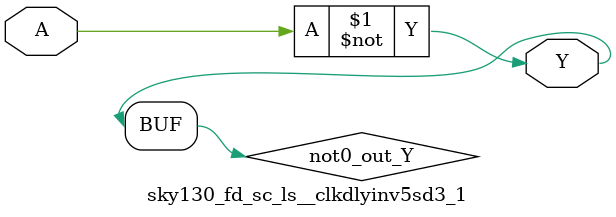
<source format=v>
/*
 * Copyright 2020 The SkyWater PDK Authors
 *
 * Licensed under the Apache License, Version 2.0 (the "License");
 * you may not use this file except in compliance with the License.
 * You may obtain a copy of the License at
 *
 *     https://www.apache.org/licenses/LICENSE-2.0
 *
 * Unless required by applicable law or agreed to in writing, software
 * distributed under the License is distributed on an "AS IS" BASIS,
 * WITHOUT WARRANTIES OR CONDITIONS OF ANY KIND, either express or implied.
 * See the License for the specific language governing permissions and
 * limitations under the License.
 *
 * SPDX-License-Identifier: Apache-2.0
*/


`ifndef SKY130_FD_SC_LS__CLKDLYINV5SD3_1_FUNCTIONAL_V
`define SKY130_FD_SC_LS__CLKDLYINV5SD3_1_FUNCTIONAL_V

/**
 * clkdlyinv5sd3: Clock Delay Inverter 5-stage 0.50um length inner
 *                stage gate.
 *
 * Verilog simulation functional model.
 */

`timescale 1ns / 1ps
`default_nettype none

`celldefine
module sky130_fd_sc_ls__clkdlyinv5sd3_1 (
    Y,
    A
);

    // Module ports
    output Y;
    input  A;

    // Local signals
    wire not0_out_Y;

    //  Name  Output      Other arguments
    not not0 (not0_out_Y, A              );
    buf buf0 (Y         , not0_out_Y     );

endmodule
`endcelldefine

`default_nettype wire
`endif  // SKY130_FD_SC_LS__CLKDLYINV5SD3_1_FUNCTIONAL_V

</source>
